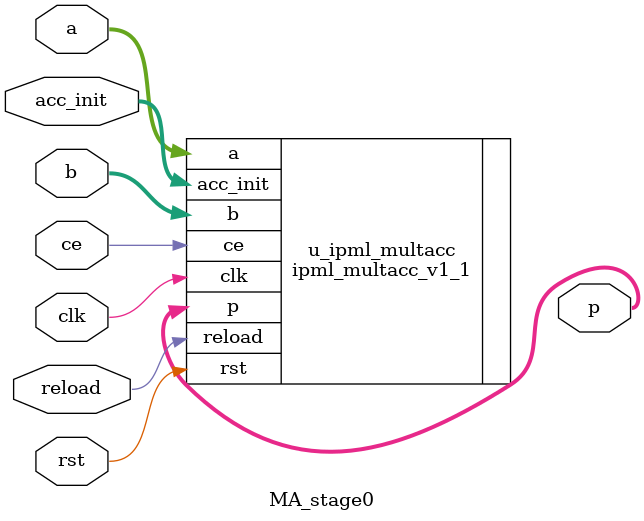
<source format=v>



module MA_stage0
( 
     ce         ,
     rst        ,
     clk        ,
     a          ,
     b          ,

     acc_init   ,	//@IPC show DYN_ACC_INIT

     reload     ,
     p
);



localparam ASIZE = 18 ; //@IPC int 2,36

localparam BSIZE = 18 ; //@IPC int 2,36

localparam PSIZE = 96 ; //@IPC enum 24,48,96,66,84

localparam A_SIGNED = 1 ; //@IPC enum 0,1

localparam B_SIGNED = 1 ; //@IPC enum 0,1

localparam ASYNC_RST = 0 ; //@IPC enum 0,1

localparam INREG_EN = 0 ; //@IPC enum 0,1

localparam PIPEREG_EN = 1 ; //@IPC enum 0,1

localparam ACC_ADDSUB_OP = 0 ; //@IPC bool

localparam DYN_ACC_ADDSUB_OP = 0 ; //@IPC bool

localparam DYN_ACC_INIT = 1 ; //@IPC bool

localparam [PSIZE-1:0] ACC_INIT_VALUE = 96'h0 ; //@IPC string

//tmp variable for ipc purpose

localparam PIPE_STATUS = 1 ; //@IPC enum 0,1,2

localparam ASYNC_RST_BOOL = 0 ; //@IPC bool

//end of tmp variable
 
 localparam  GRS_EN       = "FALSE"        ;


 input                ce                   ;
 input                rst                  ;
 input                clk                  ;
 input  [ASIZE-1:0]   a                    ;
 input  [BSIZE-1:0]   b                    ;

 input  [PSIZE-1:0]   acc_init             ;	//@IPC show DYN_ACC_INIT

 input                reload               ;
 output [PSIZE-1:0]   p                    ;

ipml_multacc_v1_1
#(  
    .ASIZE              ( ASIZE             ),
    .BSIZE              ( BSIZE             ),
    .PSIZE              ( PSIZE             ),
    .INREG_EN           ( INREG_EN          ),     
    .PIPEREG_EN_1       ( PIPEREG_EN        ),   
    .GRS_EN             ( GRS_EN            ), 
    .X_SIGNED           ( A_SIGNED          ),    
    .Y_SIGNED           ( B_SIGNED          ),    
    .ASYNC_RST          ( ASYNC_RST         ),     
    .ACC_INIT_VALUE     ( ACC_INIT_VALUE    ), 
    .DYN_ACC_INIT       ( DYN_ACC_INIT      ),
    .ACC_ADDSUB_OP      ( ACC_ADDSUB_OP     ),   
    .DYN_ACC_ADDSUB_OP  ( DYN_ACC_ADDSUB_OP ) 
) u_ipml_multacc
(
    .ce         ( ce        ),
    .rst        ( rst       ),
    .clk        ( clk       ),
    .a          ( a         ),
    .b          ( b         ),

    .acc_init   ( acc_init  ),   //@IPC show DYN_ACC_INIT

    .reload     ( reload    ),
    .p          ( p         )
);

endmodule


</source>
